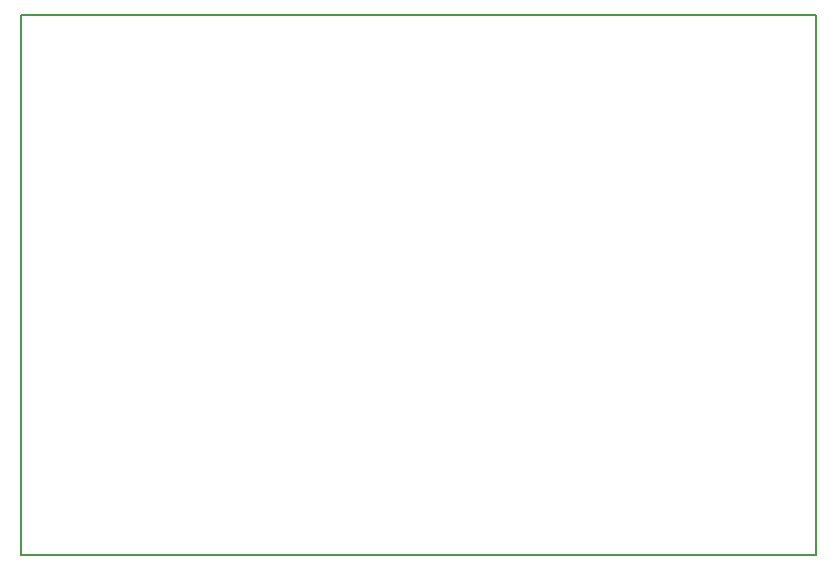
<source format=gbr>
G04 #@! TF.FileFunction,Profile,NP*
%FSLAX46Y46*%
G04 Gerber Fmt 4.6, Leading zero omitted, Abs format (unit mm)*
G04 Created by KiCad (PCBNEW 4.0.7) date Tuesday, March 20, 2018 'PMt' 01:52:30 PM*
%MOMM*%
%LPD*%
G01*
G04 APERTURE LIST*
%ADD10C,0.100000*%
%ADD11C,0.150000*%
G04 APERTURE END LIST*
D10*
D11*
X113030000Y-135890000D02*
X113030000Y-90170000D01*
X180340000Y-135890000D02*
X113030000Y-135890000D01*
X180340000Y-90170000D02*
X180340000Y-135890000D01*
X113030000Y-90170000D02*
X180340000Y-90170000D01*
M02*

</source>
